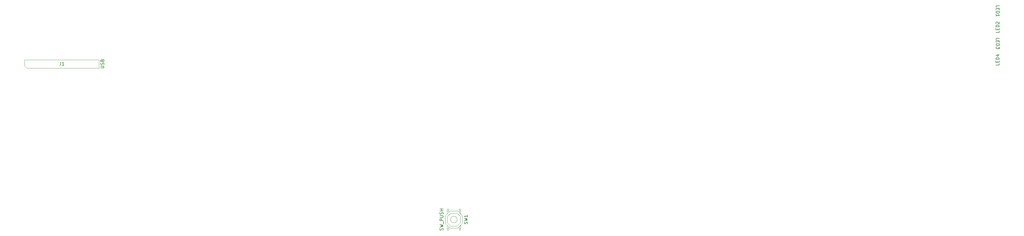
<source format=gbr>
%TF.GenerationSoftware,KiCad,Pcbnew,(5.99.0-9376-g8dcf5404fc)*%
%TF.CreationDate,2021-02-24T21:32:48+01:00*%
%TF.ProjectId,gud70,67756437-302e-46b6-9963-61645f706362,rev?*%
%TF.SameCoordinates,Original*%
%TF.FileFunction,AssemblyDrawing,Top*%
%FSLAX46Y46*%
G04 Gerber Fmt 4.6, Leading zero omitted, Abs format (unit mm)*
G04 Created by KiCad (PCBNEW (5.99.0-9376-g8dcf5404fc)) date 2021-02-24 21:32:48*
%MOMM*%
%LPD*%
G01*
G04 APERTURE LIST*
%ADD10C,0.150000*%
%ADD11C,0.100000*%
G04 APERTURE END LIST*
D10*
X155008011Y-88391655D02*
X155055630Y-88248798D01*
X155055630Y-88010703D01*
X155008011Y-87915465D01*
X154960392Y-87867846D01*
X154865154Y-87820227D01*
X154769916Y-87820227D01*
X154674678Y-87867846D01*
X154627059Y-87915465D01*
X154579440Y-88010703D01*
X154531821Y-88201179D01*
X154484202Y-88296417D01*
X154436583Y-88344036D01*
X154341345Y-88391655D01*
X154246107Y-88391655D01*
X154150869Y-88344036D01*
X154103250Y-88296417D01*
X154055630Y-88201179D01*
X154055630Y-87963084D01*
X154103250Y-87820227D01*
X154055630Y-87486893D02*
X155055630Y-87248798D01*
X154341345Y-87058322D01*
X155055630Y-86867846D01*
X154055630Y-86629751D01*
X155150869Y-86486893D02*
X155150869Y-85724989D01*
X155055630Y-85486893D02*
X154055630Y-85486893D01*
X154055630Y-85105941D01*
X154103250Y-85010703D01*
X154150869Y-84963084D01*
X154246107Y-84915465D01*
X154388964Y-84915465D01*
X154484202Y-84963084D01*
X154531821Y-85010703D01*
X154579440Y-85105941D01*
X154579440Y-85486893D01*
X154055630Y-84486893D02*
X154865154Y-84486893D01*
X154960392Y-84439274D01*
X155008011Y-84391655D01*
X155055630Y-84296417D01*
X155055630Y-84105941D01*
X155008011Y-84010703D01*
X154960392Y-83963084D01*
X154865154Y-83915465D01*
X154055630Y-83915465D01*
X155008011Y-83486893D02*
X155055630Y-83344036D01*
X155055630Y-83105941D01*
X155008011Y-83010703D01*
X154960392Y-82963084D01*
X154865154Y-82915465D01*
X154769916Y-82915465D01*
X154674678Y-82963084D01*
X154627059Y-83010703D01*
X154579440Y-83105941D01*
X154531821Y-83296417D01*
X154484202Y-83391655D01*
X154436583Y-83439274D01*
X154341345Y-83486893D01*
X154246107Y-83486893D01*
X154150869Y-83439274D01*
X154103250Y-83391655D01*
X154055630Y-83296417D01*
X154055630Y-83058322D01*
X154103250Y-82915465D01*
X155055630Y-82486893D02*
X154055630Y-82486893D01*
X154531821Y-82486893D02*
X154531821Y-81915465D01*
X155055630Y-81915465D02*
X154055630Y-81915465D01*
X162508011Y-86463084D02*
X162555630Y-86320227D01*
X162555630Y-86082131D01*
X162508011Y-85986893D01*
X162460392Y-85939274D01*
X162365154Y-85891655D01*
X162269916Y-85891655D01*
X162174678Y-85939274D01*
X162127059Y-85986893D01*
X162079440Y-86082131D01*
X162031821Y-86272608D01*
X161984202Y-86367846D01*
X161936583Y-86415465D01*
X161841345Y-86463084D01*
X161746107Y-86463084D01*
X161650869Y-86415465D01*
X161603250Y-86367846D01*
X161555630Y-86272608D01*
X161555630Y-86034512D01*
X161603250Y-85891655D01*
X161555630Y-85558322D02*
X162555630Y-85320227D01*
X161841345Y-85129751D01*
X162555630Y-84939274D01*
X161555630Y-84701179D01*
X162555630Y-83796417D02*
X162555630Y-84367846D01*
X162555630Y-84082131D02*
X161555630Y-84082131D01*
X161698488Y-84177370D01*
X161793726Y-84272608D01*
X161841345Y-84367846D01*
X49927380Y-38586904D02*
X50736904Y-38586904D01*
X50832142Y-38539285D01*
X50879761Y-38491666D01*
X50927380Y-38396428D01*
X50927380Y-38205952D01*
X50879761Y-38110714D01*
X50832142Y-38063095D01*
X50736904Y-38015476D01*
X49927380Y-38015476D01*
X50879761Y-37586904D02*
X50927380Y-37444047D01*
X50927380Y-37205952D01*
X50879761Y-37110714D01*
X50832142Y-37063095D01*
X50736904Y-37015476D01*
X50641666Y-37015476D01*
X50546428Y-37063095D01*
X50498809Y-37110714D01*
X50451190Y-37205952D01*
X50403571Y-37396428D01*
X50355952Y-37491666D01*
X50308333Y-37539285D01*
X50213095Y-37586904D01*
X50117857Y-37586904D01*
X50022619Y-37539285D01*
X49975000Y-37491666D01*
X49927380Y-37396428D01*
X49927380Y-37158333D01*
X49975000Y-37015476D01*
X50403571Y-36253571D02*
X50451190Y-36110714D01*
X50498809Y-36063095D01*
X50594047Y-36015476D01*
X50736904Y-36015476D01*
X50832142Y-36063095D01*
X50879761Y-36110714D01*
X50927380Y-36205952D01*
X50927380Y-36586904D01*
X49927380Y-36586904D01*
X49927380Y-36253571D01*
X49975000Y-36158333D01*
X50022619Y-36110714D01*
X50117857Y-36063095D01*
X50213095Y-36063095D01*
X50308333Y-36110714D01*
X50355952Y-36158333D01*
X50403571Y-36253571D01*
X50403571Y-36586904D01*
X37651666Y-36777380D02*
X37651666Y-37491666D01*
X37604047Y-37634523D01*
X37508809Y-37729761D01*
X37365952Y-37777380D01*
X37270714Y-37777380D01*
X38651666Y-37777380D02*
X38080238Y-37777380D01*
X38365952Y-37777380D02*
X38365952Y-36777380D01*
X38270714Y-36920238D01*
X38175476Y-37015476D01*
X38080238Y-37063095D01*
X324872619Y-19955952D02*
X324872619Y-19479761D01*
X325872619Y-19479761D01*
X325396428Y-20289285D02*
X325396428Y-20622619D01*
X324872619Y-20765476D02*
X324872619Y-20289285D01*
X325872619Y-20289285D01*
X325872619Y-20765476D01*
X324872619Y-21194047D02*
X325872619Y-21194047D01*
X325872619Y-21432142D01*
X325825000Y-21575000D01*
X325729761Y-21670238D01*
X325634523Y-21717857D01*
X325444047Y-21765476D01*
X325301190Y-21765476D01*
X325110714Y-21717857D01*
X325015476Y-21670238D01*
X324920238Y-21575000D01*
X324872619Y-21432142D01*
X324872619Y-21194047D01*
X324872619Y-22717857D02*
X324872619Y-22146428D01*
X324872619Y-22432142D02*
X325872619Y-22432142D01*
X325729761Y-22336904D01*
X325634523Y-22241666D01*
X325586904Y-22146428D01*
X325777380Y-37194047D02*
X325777380Y-37670238D01*
X324777380Y-37670238D01*
X325253571Y-36860714D02*
X325253571Y-36527380D01*
X325777380Y-36384523D02*
X325777380Y-36860714D01*
X324777380Y-36860714D01*
X324777380Y-36384523D01*
X325777380Y-35955952D02*
X324777380Y-35955952D01*
X324777380Y-35717857D01*
X324825000Y-35575000D01*
X324920238Y-35479761D01*
X325015476Y-35432142D01*
X325205952Y-35384523D01*
X325348809Y-35384523D01*
X325539285Y-35432142D01*
X325634523Y-35479761D01*
X325729761Y-35575000D01*
X325777380Y-35717857D01*
X325777380Y-35955952D01*
X325110714Y-34527380D02*
X325777380Y-34527380D01*
X324729761Y-34765476D02*
X325444047Y-35003571D01*
X325444047Y-34384523D01*
X324872619Y-29955952D02*
X324872619Y-29479761D01*
X325872619Y-29479761D01*
X325396428Y-30289285D02*
X325396428Y-30622619D01*
X324872619Y-30765476D02*
X324872619Y-30289285D01*
X325872619Y-30289285D01*
X325872619Y-30765476D01*
X324872619Y-31194047D02*
X325872619Y-31194047D01*
X325872619Y-31432142D01*
X325825000Y-31575000D01*
X325729761Y-31670238D01*
X325634523Y-31717857D01*
X325444047Y-31765476D01*
X325301190Y-31765476D01*
X325110714Y-31717857D01*
X325015476Y-31670238D01*
X324920238Y-31575000D01*
X324872619Y-31432142D01*
X324872619Y-31194047D01*
X325872619Y-32098809D02*
X325872619Y-32717857D01*
X325491666Y-32384523D01*
X325491666Y-32527380D01*
X325444047Y-32622619D01*
X325396428Y-32670238D01*
X325301190Y-32717857D01*
X325063095Y-32717857D01*
X324967857Y-32670238D01*
X324920238Y-32622619D01*
X324872619Y-32527380D01*
X324872619Y-32241666D01*
X324920238Y-32146428D01*
X324967857Y-32098809D01*
X325777380Y-27194047D02*
X325777380Y-27670238D01*
X324777380Y-27670238D01*
X325253571Y-26860714D02*
X325253571Y-26527380D01*
X325777380Y-26384523D02*
X325777380Y-26860714D01*
X324777380Y-26860714D01*
X324777380Y-26384523D01*
X325777380Y-25955952D02*
X324777380Y-25955952D01*
X324777380Y-25717857D01*
X324825000Y-25575000D01*
X324920238Y-25479761D01*
X325015476Y-25432142D01*
X325205952Y-25384523D01*
X325348809Y-25384523D01*
X325539285Y-25432142D01*
X325634523Y-25479761D01*
X325729761Y-25575000D01*
X325777380Y-25717857D01*
X325777380Y-25955952D01*
X324872619Y-25003571D02*
X324825000Y-24955952D01*
X324777380Y-24860714D01*
X324777380Y-24622619D01*
X324825000Y-24527380D01*
X324872619Y-24479761D01*
X324967857Y-24432142D01*
X325063095Y-24432142D01*
X325205952Y-24479761D01*
X325777380Y-25051190D01*
X325777380Y-24432142D01*
D11*
X155753250Y-83929751D02*
X155753250Y-86329751D01*
X156253250Y-83429751D02*
X156253250Y-81929751D01*
X156253250Y-86829751D02*
X156253250Y-88329751D01*
X155753250Y-86329751D02*
X157153250Y-87729751D01*
X160353250Y-86129751D02*
X159353250Y-87129751D01*
X159953250Y-81929751D02*
X159953250Y-82929751D01*
X160453250Y-82429751D02*
X159953250Y-82429751D01*
X160453250Y-83429751D02*
X160453250Y-81929751D01*
X157353250Y-83129751D02*
X159353250Y-83129751D01*
X159353250Y-83129751D02*
X160353250Y-84129751D01*
X157353250Y-87129751D02*
X156353250Y-86129751D01*
X160353250Y-84129751D02*
X160353250Y-86129751D01*
X159953250Y-88329751D02*
X159953250Y-87329751D01*
X156253250Y-81929751D02*
X156753250Y-81929751D01*
X160453250Y-81929751D02*
X159953250Y-81929751D01*
X156253250Y-87829751D02*
X156753250Y-87829751D01*
X157153250Y-82529751D02*
X155753250Y-83929751D01*
X160453250Y-87829751D02*
X159953250Y-87829751D01*
X159553250Y-87729751D02*
X160953250Y-86329751D01*
X156753250Y-81929751D02*
X156753250Y-82929751D01*
X156353250Y-84129751D02*
X157353250Y-83129751D01*
X157153250Y-87729751D02*
X159553250Y-87729751D01*
X159353250Y-87129751D02*
X157353250Y-87129751D01*
X160453250Y-88329751D02*
X159953250Y-88329751D01*
X160453250Y-86829751D02*
X160453250Y-88329751D01*
X156753250Y-88329751D02*
X156753250Y-87329751D01*
X159553250Y-82529751D02*
X157153250Y-82529751D01*
X160953250Y-83929751D02*
X159553250Y-82529751D01*
X156253250Y-88329751D02*
X156753250Y-88329751D01*
X156253250Y-82429751D02*
X156753250Y-82429751D01*
X156353250Y-86129751D02*
X156353250Y-84129751D01*
X160953250Y-86329751D02*
X160953250Y-83929751D01*
X159353250Y-85129751D02*
G75*
G03*
X159353250Y-85129751I-1000000J0D01*
G01*
X26555000Y-36055000D02*
X49415000Y-36055000D01*
X26555000Y-37960000D02*
X26555000Y-36055000D01*
X49415000Y-38595000D02*
X27190000Y-38595000D01*
X27190000Y-38595000D02*
X26555000Y-37960000D01*
X49415000Y-36055000D02*
X49415000Y-38595000D01*
M02*

</source>
